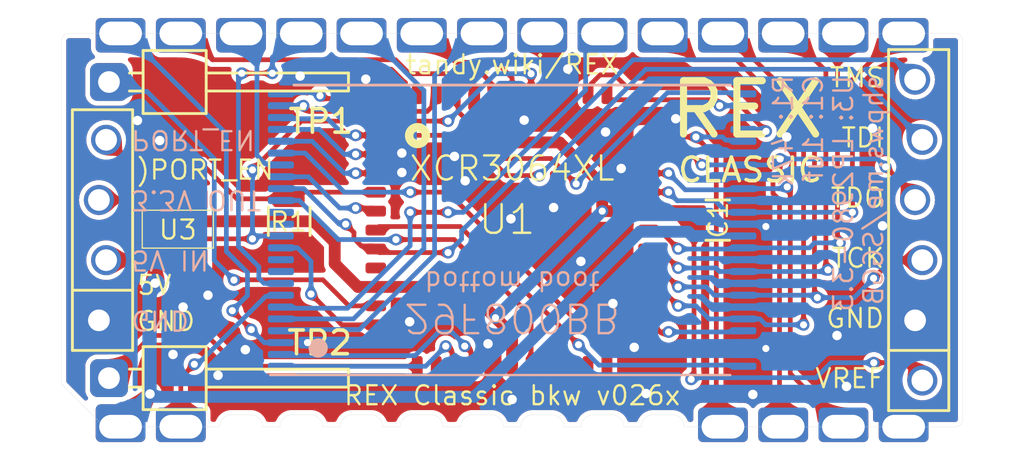
<source format=kicad_pcb>
(kicad_pcb (version 20221018) (generator pcbnew)
  (title_block (title "REX Classic bkw") (date "2023-06-27") (rev "026x") (company "Brian K. White - b.kenyon.w@gmail.com") (comment 1 "Original design: Steve Adolph"))
  (layers (0 "F.Cu" signal "Top") (31 "B.Cu" signal "Bottom") (34 "B.Paste" user) (35 "F.Paste" user) (36 "B.SilkS" user "B.Silkscreen") (37 "F.SilkS" user "F.Silkscreen") (38 "B.Mask" user) (39 "F.Mask" user) (44 "Edge.Cuts" user))
  (net 0 "")
  (net 1 "GND")
  (net 2 "+3V3")
  (net 3 "/D1{slash}TDO")
  (net 4 "/D6{slash}TCK")
  (net 5 "/A4{slash}TDI")
  (net 6 "/A19{slash}TMS")
  (net 7 "/A5")
  (net 8 "/A6")
  (net 9 "/A18")
  (net 10 "/A17")
  (net 11 "/A8")
  (net 12 "/A16")
  (net 13 "/A9")
  (net 14 "/A10")
  (net 15 "/A11")
  (net 16 "/A12")
  (net 17 "/A13")
  (net 18 "/A14")
  (net 19 "/A15")
  (net 20 "/RY{slash}~{BY}")
  (net 21 "/PORT_EN")
  (net 22 "/ALE_BUS")
  (net 24 "/D2")
  (net 25 "/D0")
  (net 26 "/D7")
  (net 27 "/D5")
  (net 28 "/D4")
  (net 29 "/D3")
  (net 30 "/A7")
  (net 31 "/A0")
  (net 32 "/~{WE_FLASH}")
  (net 33 "/~{CS_BUS}")
  (net 34 "/~{OE_BUS}")
  (net 35 "+5V")
  (net 37 "/A1")
  (net 38 "/A3")
  (net 39 "/A2")
  (net 40 "/TP1")
  (net 41 "/TP2")
  (net 45 "/~{CE_FLASH}")
  (net 46 "/~{OE_FLASH}")
  (footprint "000_LOCAL:VQFP44" (layer "F.Cu") (at 137.2184 99.187)
    (fp_text reference "U1")
    (fp_text value "XCR3064XL-VQ44" hide)
  )
  (footprint "000_LOCAL:R_0805" (layer "F.Cu") (at 127.8184 98.817 -90)
    (fp_text reference "R1")
    (fp_text value "100k")
  )
  (footprint "000_LOCAL:C_0805" (layer "F.Cu") (at 145.8884 98.767)
    (fp_text reference "C1")
    (fp_text value "1uF")
  )
  (footprint "000_LOCAL:1x6_pcb_socket" (layer "F.Cu") (at 154.3634 99.187 90)
    (fp_text reference "J2")
    (fp_text value "JTAG")
  )
  (footprint "000_LOCAL:1x1_pin_h" (layer "F.Cu") (at 120.2184 92.937)
    (fp_text reference "TP1")
    (fp_text value "PINHD-1X1")
  )
  (footprint "000_LOCAL:1x4_pcb_socket" (layer "F.Cu") (at 119.9464 99.187 90)
    (fp_text reference "J3")
    (fp_text value "PRG")
  )
  (footprint "000_LOCAL:SOT-23-5" (layer "F.Cu") (at 123.1214 99.1489 90)
    (fp_text reference "U3")
    (fp_text value "LP2980-3.3")
  )
  (footprint "000_LOCAL:1x1_pin_h" (layer "F.Cu") (at 120.2184 105.437)
    (fp_text reference "TP2")
    (fp_text value "PINHD-1X1")
  )
  (footprint "000_LOCAL:Molex78802_PCB_28_REX_slots" (layer "F.Cu") (at 137.2184 99.187)
    (fp_text reference "J1" hide)
    (fp_text value "Tandy_100_102_200_option_rom" hide)
    (fp_line (start -19 -8) (end -19 6.5) (stroke (width 0.01)) (layer "Edge.Cuts"))
    (fp_line (start -19 6.5) (end -17.2 8.3) (stroke (width 0.01)) (layer "Edge.Cuts"))
    (fp_line (start -17.2 8.3) (end -12.33 8.3) (stroke (width 0.01)) (layer "Edge.Cuts"))
    (fp_line (start -11.83 7.8) (end -11.03 7.8) (stroke (width 0.01)) (layer "Edge.Cuts"))
    (fp_line (start -10.53 8.3) (end -9.79 8.3) (stroke (width 0.01)) (layer "Edge.Cuts"))
    (fp_line (start -9.29 7.8) (end -8.49 7.8) (stroke (width 0.01)) (layer "Edge.Cuts"))
    (fp_line (start -7.99 8.3) (end -7.25 8.3) (stroke (width 0.01)) (layer "Edge.Cuts"))
    (fp_line (start -6.75 7.8) (end -5.95 7.8) (stroke (width 0.01)) (layer "Edge.Cuts"))
    (fp_line (start -5.45 8.3) (end -4.71 8.3) (stroke (width 0.01)) (layer "Edge.Cuts"))
    (fp_line (start -4.21 7.8) (end -3.41 7.8) (stroke (width 0.01)) (layer "Edge.Cuts"))
    (fp_line (start -2.91 8.3) (end -2.17 8.3) (stroke (width 0.01)) (layer "Edge.Cuts"))
    (fp_line (start -1.67 7.8) (end -0.87 7.8) (stroke (width 0.01)) (layer "Edge.Cuts"))
    (fp_line (start -0.37 8.3) (end 0.37 8.3) (stroke (width 0.01)) (layer "Edge.Cuts"))
    (fp_line (start 0.87 7.8) (end 1.67 7.8) (stroke (width 0.01)) (layer "Edge.Cuts"))
    (fp_line (start 2.17 8.3) (end 2.91 8.3) (stroke (width 0.01)) (layer "Edge.Cuts"))
    (fp_line (start 3.41 7.8) (end 4.21 7.8) (stroke (width 0.01)) (layer "Edge.Cuts"))
    (fp_line (start 4.71 8.3) (end 5.45 8.3) (stroke (width 0.01)) (layer "Edge.Cuts"))
    (fp_line (start 5.95 7.8) (end 6.75 7.8) (stroke (width 0.01)) (layer "Edge.Cuts"))
    (fp_line (start 7.25 8.3) (end 18.7 8.3) (stroke (width 0.01)) (layer "Edge.Cuts"))
    (fp_line (start 18.7 -8.3) (end -18.7 -8.3) (stroke (width 0.01)) (layer "Edge.Cuts"))
    (fp_line (start 19 8) (end 19 -8) (stroke (width 0.01)) (layer "Edge.Cuts"))
    (fp_arc (start -19 -8) (mid -18.912132 -8.212132) (end -18.7 -8.3) (stroke (width 0.01)) (layer "Edge.Cuts"))
    (fp_arc (start -12.33 8.3) (mid -12.183553 7.946447) (end -11.83 7.8) (stroke (width 0.01)) (layer "Edge.Cuts"))
    (fp_arc (start -11.03 7.8) (mid -10.676447 7.946447) (end -10.53 8.3) (stroke (width 0.01)) (layer "Edge.Cuts"))
    (fp_arc (start -9.79 8.3) (mid -9.643553 7.946447) (end -9.29 7.8) (stroke (width 0.01)) (layer "Edge.Cuts"))
    (fp_arc (start -8.49 7.8) (mid -8.136447 7.946447) (end -7.99 8.3) (stroke (width 0.01)) (layer "Edge.Cuts"))
    (fp_arc (start -7.25 8.3) (mid -7.103553 7.946447) (end -6.75 7.8) (stroke (width 0.01)) (layer "Edge.Cuts"))
    (fp_arc (start -5.95 7.8) (mid -5.596447 7.946447) (end -5.45 8.3) (stroke (width 0.01)) (layer "Edge.Cuts"))
    (fp_arc (start -4.71 8.3) (mid -4.563553 7.946447) (end -4.21 7.8) (stroke (width 0.01)) (layer "Edge.Cuts"))
    (fp_arc (start -3.41 7.8) (mid -3.056447 7.946447) (end -2.91 8.3) (stroke (width 0.01)) (layer "Edge.Cuts"))
    (fp_arc (start -2.17 8.3) (mid -2.023553 7.946447) (end -1.67 7.8) (stroke (width 0.01)) (layer "Edge.Cuts"))
    (fp_arc (start -0.87 7.8) (mid -0.516447 7.946447) (end -0.37 8.3) (stroke (width 0.01)) (layer "Edge.Cuts"))
    (fp_arc (start 0.37 8.3) (mid 0.516447 7.946447) (end 0.87 7.8) (stroke (width 0.01)) (layer "Edge.Cuts"))
    (fp_arc (start 1.67 7.8) (mid 2.023553 7.946447) (end 2.17 8.3) (stroke (width 0.01)) (layer "Edge.Cuts"))
    (fp_arc (start 2.91 8.3) (mid 3.056447 7.946447) (end 3.41 7.8) (stroke (width 0.01)) (layer "Edge.Cuts"))
    (fp_arc (start 4.21 7.8) (mid 4.563553 7.946447) (end 4.71 8.3) (stroke (width 0.01)) (layer "Edge.Cuts"))
    (fp_arc (start 5.45 8.3) (mid 5.596447 7.946447) (end 5.95 7.8) (stroke (width 0.01)) (layer "Edge.Cuts"))
    (fp_arc (start 6.75 7.8) (mid 7.103553 7.946447) (end 7.25 8.3) (stroke (width 0.01)) (layer "Edge.Cuts"))
    (fp_arc (start 18.7 -8.3) (mid 18.912132 -8.212132) (end 19 -8) (stroke (width 0.01)) (layer "Edge.Cuts"))
    (fp_arc (start 19 8) (mid 18.912132 8.212132) (end 18.7 8.3) (stroke (width 0.01)) (layer "Edge.Cuts"))
  )
  (footprint "000_LOCAL:TSOP-48" (layer "B.Cu") (at 137.2184 99.187)
    (fp_text reference "U2" hide)
    (fp_text value "29F800BB")
  )
  (gr_text "U3: LP2980-3.3" (at 151.1884 92.583 90) (layer "B.SilkS") (effects (font (size 0.8 0.8) (thickness 0.1)) (justify left mirror)))
  (gr_text "PORT_EN" (at 121.0894 95.377 180) (layer "B.SilkS") (effects (font (size 0.8 0.8) (thickness 0.1)) (justify left mirror)))
  (gr_text "GND" (at 121.0894 102.997 180) (layer "B.SilkS") (effects (font (size 0.8 0.8) (thickness 0.1)) (justify left mirror)))
  (gr_text "5V IN" (at 121.0894 100.457 180) (layer "B.SilkS") (effects (font (size 0.8 0.8) (thickness 0.1)) (justify left mirror)))
  (gr_text "shpws.me/SGGB" (at 152.4584 92.583 90) (layer "B.SilkS") (effects (font (size 0.8 0.8) (thickness 0.1)) (justify left mirror)))
  (gr_text "bottom boot" (at 137.2184 101.3333 180) (layer "B.SilkS") (effects (font (size 0.8 0.8) (thickness 0.1)) (justify mirror)))
  (gr_text "3.3V OUT" (at 121.0894 97.917 180) (layer "B.SilkS") (effects (font (size 0.8 0.8) (thickness 0.1)) (justify left mirror)))
  (gr_text "R1: 47k" (at 148.6484 92.583 90) (layer "B.SilkS") (effects (font (size 0.8 0.8) (thickness 0.1)) (justify left mirror)))
  (gr_text "C1: 1uf" (at 149.9184 92.583 90) (layer "B.SilkS") (effects (font (size 0.8 0.8) (thickness 0.1)) (justify left mirror)))
  (gr_text ")PORT_EN" (at 121.3434 96.647) (layer "F.SilkS") (effects (font (size 0.8 0.8) (thickness 0.1)) (justify left)))
  (gr_text "5V" (at 121.3434 101.981) (layer "F.SilkS") (effects (font (size 0.8 0.8) (thickness 0.1)) (justify left bottom)))
  (gr_text "GND" (at 121.3434 103.505) (layer "F.SilkS") (effects (font (size 0.8 0.8) (thickness 0.1)) (justify left bottom)))
  (gr_text "${TITLE} v${REVISION}" (at 137.2184 106.172) (layer "F.SilkS") (effects (font (size 0.8 0.8) (thickness 0.1))))
  (gr_text "tandy.wiki/REX" (at 137.2184 92.202) (layer "F.SilkS") (effects (font (size 0.8 0.8) (thickness 0.1))))
  (gr_text "TCK" (at 152.9664 100.838) (layer "F.SilkS") (effects (font (size 0.8 0.8) (thickness 0.1)) (justify right bottom)))
  (gr_text "TDO" (at 152.9664 98.298) (layer "F.SilkS") (effects (font (size 0.8 0.8) (thickness 0.1)) (justify right bottom)))
  (gr_text "GND" (at 152.9664 103.378) (layer "F.SilkS") (effects (font (size 0.8 0.8) (thickness 0.1)) (justify right bottom)))
  (gr_text "VREF" (at 152.9664 105.918) (layer "F.SilkS") (effects (font (size 0.8 0.8) (thickness 0.1)) (justify right bottom)))
  (gr_text "TMS" (at 152.9664 93.218) (layer "F.SilkS") (effects (font (size 0.8 0.8) (thickness 0.1)) (justify right bottom)))
  (gr_text "TDI" (at 152.9664 95.758) (layer "F.SilkS") (effects (font (size 0.8 0.8) (thickness 0.1)) (justify right bottom)))
  (gr_text "XCR3064XL" (at 132.8242 97.1804) (layer "F.SilkS") (effects (font (size 1.016 1.016) (thickness 0.1016)) (justify left bottom)))
  (gr_text "CLASSIC" (at 147.2514 96.647) (layer "F.SilkS") (effects (font (size 1 1))))
  (gr_text "REX" (at 147.1244 94.107) (layer "F.SilkS") (effects (font (size 2.25 2.25) (thickness 0.3))))
  (via (at 150.9184 103.637) (size 0.6) (drill 0.4) (layers "F.Cu" "B.Cu") (net 1))
  (via (at 122.3584 95.407) (size 0.6) (drill 0.4) (layers "F.Cu" "B.Cu") (net 1))
  (via (at 142.3684 104.137) (size 0.6) (drill 0.4) (layers "F.Cu" "B.Cu") (net 1))
  (via (at 137.2184 106.337) (size 0.6) (drill 0.4) (layers "F.Cu" "B.Cu") (net 1))
  (via (at 137.7264 94.547) (size 0.6) (drill 0.4) (layers "F.Cu" "B.Cu") (net 1))
  (via (at 122.9184 104.437) (size 0.6) (drill 0.4) (layers "F.Cu" "B.Cu") (net 1))
  (via (at 124.3934 101.937) (size 0.6) (drill 0.4) (layers "F.Cu" "B.Cu") (net 1))
  (via (at 137.1684 98.712) (size 0.6) (drill 0.4) (layers "F.Cu" "B.Cu") (net 1))
  (via (at 123.3434 102.437) (size 0.6) (drill 0.4) (layers "F.Cu" "B.Cu") (net 1))
  (via (at 121.4184 94.562) (size 0.6) (drill 0.4) (layers "F.Cu" "B.Cu") (net 1))
  (via (at 147.9184 99.037) (size 0.46) (drill 0.3) (layers "F.Cu" "B.Cu") (net 1))
  (via (at 125.9684 104.237) (size 0.6) (drill 0.4) (layers "F.Cu" "B.Cu") (net 1))
  (via (at 132.8984 103.057) (size 0.6) (drill 0.4) (layers "F.Cu" "B.Cu") (net 1))
  (via (at 124.8184 105.317) (size 0.6) (drill 0.4) (layers "F.Cu" "B.Cu") (net 1))
  (via (at 128.2784 92.687) (size 0.6) (drill 0.4) (layers "F.Cu" "B.Cu") (net 1))
  (via (at 141.8184 96.587) (size 0.6) (drill 0.4) (layers "F.Cu" "B.Cu") (net 1))
  (via (at 136.2024 103.987) (size 0.6) (drill 0.4) (layers "F.Cu" "B.Cu") (net 1))
  (via (at 134.7884 96.077) (size 0.6) (drill 0.4) (layers "F.Cu" "B.Cu") (net 1))
  (via (at 135.2384 97.107) (size 0.6) (drill 0.4) (layers "F.Cu" "B.Cu") (net 1))
  (via (at 141.1584 95.047) (size 0.6) (drill 0.4) (layers "F.Cu" "B.Cu") (net 1))
  (via (at 128.5884 103.937) (size 0.5) (drill 0.3) (layers "F.Cu" "B.Cu") (net 1))
  (via (at 144.1184 94.487) (size 0.6) (drill 0.4) (layers "F.Cu" "B.Cu") (net 1))
  (via (at 139.5684 92.387) (size 0.6) (drill 0.4) (layers "F.Cu" "B.Cu") (net 1))
  (via (at 132.5684 96.757) (size 0.6) (drill 0.4) (layers "F.Cu" "B.Cu") (net 1))
  (via (at 152.8384 99.007) (size 0.6) (drill 0.4) (layers "F.Cu" "B.Cu") (net 1))
  (via (at 141.4684 102.287) (size 0.6) (drill 0.4) (layers "F.Cu" "B.Cu") (net 1))
  (via (at 147.9184 104.187) (size 0.46) (drill 0.3) (layers "F.Cu" "B.Cu") (net 1))
  (via (at 148.7984 95.257) (size 0.6) (drill 0.4) (layers "F.Cu" "B.Cu") (net 1))
  (via (at 152.4184 94.887) (size 0.6) (drill 0.4) (layers "F.Cu" "B.Cu") (net 1))
  (via (at 151.3184 105.787) (size 0.6) (drill 0.4) (layers "F.Cu" "B.Cu") (net 1))
  (via (at 132.5684 95.937) (size 0.6) (drill 0.4) (layers "F.Cu" "B.Cu") (net 1))
  (via (at 147.3684 106.127) (size 0.6) (drill 0.4) (layers "F.Cu" "B.Cu") (net 1))
  (via (at 131.0484 92.817) (size 0.6) (drill 0.4) (layers "F.Cu" "B.Cu") (net 1))
  (via (at 138.9684 98.237) (size 0.6) (drill 0.4) (layers "F.Cu" "B.Cu") (net 1))
  (via (at 142.8684 106.087) (size 0.6) (drill 0.4) (layers "F.Cu" "B.Cu") (net 1))
  (via (at 140.1184 100.507) (size 0.6) (drill 0.4) (layers "F.Cu" "B.Cu") (net 1))
  (segment (start 137.1184 95.487) (end 135.6184 93.987) (width 0.5) (layer "F.Cu") (net 2))
  (segment (start 136.5184 102.887) (end 137.2184 103.587) (width 0.5) (layer "F.Cu") (net 2))
  (segment (start 135.2184 101.587) (end 131.4684 101.587) (width 0.5) (layer "F.Cu") (net 2))
  (segment (start 137.2184 103.587) (end 137.2184 104.937) (width 0.5) (layer "F.Cu") (net 2))
  (segment (start 144.8884 105.367) (end 144.8884 98.767) (width 0.2) (layer "F.Cu") (net 2))
  (segment (start 119.794 97.917) (end 122.1533 97.917) (width 0.2) (layer "F.Cu") (net 2))
  (segment (start 123.0895 98.817) (end 122.1714 97.8989) (width 0.5) (layer "F.Cu") (net 2))
  (segment (start 129.7384 99.707) (end 128.8484 98.817) (width 0.5) (layer "F.Cu") (net 2))
  (segment (start 130.7184 101.587) (end 129.7384 100.607) (width 0.5) (layer "F.Cu") (net 2))
  (segment (start 139.2184 95.487) (end 137.1184 95.487) (width 0.5) (layer "F.Cu") (net 2))
  (segment (start 135.6184 93.987) (end 135.6184 93.437) (width 0.5) (layer "F.Cu") (net 2))
  (segment (start 144.5084 98.387) (end 142.9684 98.387) (width 0.5) (layer "F.Cu") (net 2))
  (segment (start 141.0184 98.387) (end 142.9684 98.387) (width 0.5) (layer "F.Cu") (net 2))
  (segment (start 128.8484 98.817) (end 123.0895 98.817) (width 0.5) (layer "F.Cu") (net 2))
  (segment (start 141.0184 98.387) (end 141.0184 97.287) (width 0.5) (layer "F.Cu") (net 2))
  (segment (start 144.8884 98.767) (end 144.5084 98.387) (width 0.5) (layer "F.Cu") (net 2))
  (segment (start 153.7658 104.787) (end 154.5158 105.537) (width 0.2) (layer "F.Cu") (net 2))
  (segment (start 144.7684 105.487) (end 144.8884 105.367) (width 0.2) (layer "F.Cu") (net 2))
  (segment (start 136.5184 102.887) (end 135.2184 101.587) (width 0.5) (layer "F.Cu") (net 2))
  (segment (start 122.1533 97.917) (end 122.1714 97.8989) (width 0.2) (layer "F.Cu") (net 2))
  (segment (start 131.4684 101.587) (end 130.7184 101.587) (width 0.5) (layer "F.Cu") (net 2))
  (segment (start 141.0184 97.287) (end 139.2184 95.487) (width 0.5) (layer "F.Cu") (net 2))
  (segment (start 129.7384 100.607) (end 129.7384 99.707) (width 0.5) (layer "F.Cu") (net 2))
  (segment (start 152.4684 104.787) (end 153.7658 104.787) (width 0.2) (layer "F.Cu") (net 2))
  (via (at 136.5184 102.887) (size 0.5) (drill 0.3) (layers "F.Cu" "B.Cu") (net 2))
  (via (at 144.7684 105.487) (size 0.5) (drill 0.3) (layers "F.Cu" "B.Cu") (net 2))
  (via (at 152.4684 104.787) (size 0.5) (drill 0.3) (layers "F.Cu" "B.Cu") (net 2))
  (via (at 141.0184 98.387) (size 0.5) (drill 0.3) (layers "F.Cu" "B.Cu") (net 2))
  (segment (start 150.0384 105.417) (end 150.6684 104.787) (width 0.2) (layer "B.Cu") (net 2))
  (segment (start 136.5184 102.887) (end 141.0184 98.387) (width 0.5) (layer "B.Cu") (net 2))
  (segment (start 150.6684 104.787) (end 152.4684 104.787) (width 0.2) (layer "B.Cu") (net 2))
  (segment (start 144.8384 105.417) (end 150.0384 105.417) (width 0.2) (layer "B.Cu") (net 2))
  (segment (start 144.7684 105.487) (end 144.8384 105.417) (width 0.2) (layer "B.Cu") (net 2))
  (segment (start 145.2184 96.437) (end 144.7684 95.987) (width 0.2) (layer "F.Cu") (net 3))
  (segment (start 148.2184 97.087) (end 148.2184 97.637) (width 0.2) (layer "F.Cu") (net 3))
  (segment (start 152.9664 96.52) (end 154.211 97.7646) (width 0.2) (layer "F.Cu") (net 3))
  (segment (start 144.7684 95.987) (end 142.9684 95.987) (width 0.2) (layer "F.Cu") (net 3))
  (segment (start 148.2184 97.637) (end 148.4934 97.912) (width 0.2) (layer "F.Cu") (net 3))
  (segment (start 148.4934 97.912) (end 148.4934 107.332) (width 0.2) (layer "F.Cu") (net 3))
  (segment (start 148.5184 96.187) (end 148.5184 96.787) (width 0.2) (layer "F.Cu") (net 3))
  (segment (start 154.211 97.7646) (end 154.211 97.917) (width 0.2) (layer "F.Cu") (net 3))
  (segment (start 148.4934 107.332) (end 148.6484 107.487) (width 0.2) (layer "F.Cu") (net 3))
  (segment (start 148.5184 96.787) (end 148.2184 97.087) (width 0.2) (layer "F.Cu") (net 3))
  (via (at 145.2184 96.437) (size 0.5) (drill 0.3) (layers "F.Cu" "B.Cu") (net 3))
  (via (at 152.9664 96.52) (size 0.5) (drill 0.3) (layers "F.Cu" "B.Cu") (net 3))
  (via (at 148.5184 96.187) (size 0.5) (drill 0.3) (layers "F.Cu" "B.Cu") (net 3))
  (segment (start 148.2684 96.437) (end 146.9684 96.437) (width 0.2) (layer "B.Cu") (net 3))
  (segment (start 152.6334 96.187) (end 148.5184 96.187) (width 0.2) (layer "B.Cu") (net 3))
  (segment (start 152.9664 96.52) (end 152.6334 96.187) (width 0.2) (layer "B.Cu") (net 3))
  (segment (start 145.2184 96.437) (end 146.9684 96.437) (width 0.2) (layer "B.Cu") (net 3))
  (segment (start 148.5184 96.187) (end 148.2684 96.437) (width 0.2) (layer "B.Cu") (net 3))
  (segment (start 149.9684 101.917) (end 149.9684 94.527) (width 0.2) (layer "F.Cu") (net 4))
  (segment (start 149.9684 94.527) (end 146.3284 90.887) (width 0.2) (layer "F.Cu") (net 4))
  (segment (start 144.2184 101.587) (end 143.5484 100.917) (width 0.2) (layer "F.Cu") (net 4))
  (segment (start 143.5484 100.917) (end 143.0984 100.917) (width 0.2) (layer "F.Cu") (net 4))
  (segment (start 146.3284 90.887) (end 146.1084 90.887) (width 0.2) (layer "F.Cu") (net 4))
  (segment (start 153.2204 100.457) (end 152.4584 101.219) (width 0.2) (layer "F.Cu") (net 4))
  (segment (start 154.5158 100.457) (end 153.2204 100.457) (width 0.2) (layer "F.Cu") (net 4))
  (segment (start 150.0884 102.037) (end 149.9684 101.917) (width 0.2) (layer "F.Cu") (net 4))
  (segment (start 143.0984 100.917) (end 142.9684 100.787) (width 0.2) (layer "F.Cu") (net 4))
  (via (at 144.2184 101.587) (size 0.5) (drill 0.3) (layers "F.Cu" "B.Cu") (net 4))
  (via (at 150.0884 102.037) (size 0.5) (drill 0.3) (layers "F.Cu" "B.Cu") (net 4))
  (via (at 152.4584 101.219) (size 0.5) (drill 0.3) (layers "F.Cu" "B.Cu") (net 4))
  (segment (start 144.2184 101.587) (end 145.3934 101.587) (width 0.2) (layer "B.Cu") (net 4))
  (segment (start 146.9684 101.937) (end 149.9884 101.937) (width 0.2) (layer "B.Cu") (net 4))
  (segment (start 149.9884 101.937) (end 150.0884 102.037) (width 0.2) (layer "B.Cu") (net 4))
  (segment (start 152.4584 101.219) (end 151.6404 102.037) (width 0.2) (layer "B.Cu") (net 4))
  (segment (start 151.6404 102.037) (end 150.0884 102.037) (width 0.2) (layer "B.Cu") (net 4))
  (segment (start 145.3934 101.587) (end 145.7434 101.937) (width 0.2) (layer "B.Cu") (net 4))
  (segment (start 145.7434 101.937) (end 146.9684 101.937) (width 0.2) (layer "B.Cu") (net 4))
  (segment (start 135.2934 95.187) (end 136.9934 96.887) (width 0.2) (layer "F.Cu") (net 5))
  (segment (start 131.4684 95.187) (end 130.6184 95.187) (width 0.2) (layer "F.Cu") (net 5))
  (segment (start 136.9934 96.887) (end 138.3684 96.887) (width 0.2) (layer "F.Cu") (net 5))
  (segment (start 131.4684 95.187) (end 135.2934 95.187) (width 0.2) (layer "F.Cu") (net 5))
  (via (at 138.3684 96.887) (size 0.5) (drill 0.3) (layers "F.Cu" "B.Cu") (net 5))
  (via (at 130.6184 95.187) (size 0.5) (drill 0.3) (layers "F.Cu" "B.Cu") (net 5))
  (segment (start 129.4384 94.487) (end 127.5184 94.487) (width 0.2) (layer "B.Cu") (net 5))
  (segment (start 127.5184 94.487) (end 127.4684 94.437) (width 0.2) (layer "B.Cu") (net 5))
  (segment (start 151.5358 92.397) (end 154.5158 95.377) (width 0.2) (layer "B.Cu") (net 5))
  (segment (start 130.6184 95.187) (end 130.1384 95.187) (width 0.2) (layer "B.Cu") (net 5))
  (segment (start 138.3684 96.887) (end 142.8584 92.397) (width 0.2) (layer "B.Cu") (net 5))
  (segment (start 130.1384 95.187) (end 129.4384 94.487) (width 0.2) (layer "B.Cu") (net 5))
  (segment (start 142.8584 92.397) (end 151.5358 92.397) (width 0.2) (layer "B.Cu") (net 5))
  (segment (start 134.5184 100.137) (end 131.6184 100.137) (width 0.2) (layer "F.Cu") (net 6))
  (segment (start 130.1984 98.937) (end 130.5484 99.287) (width 0.2) (layer "F.Cu") (net 6))
  (segment (start 131.6184 100.137) (end 131.4684 99.987) (width 0.2) (layer "F.Cu") (net 6))
  (segment (start 130.5484 99.287) (end 130.5484 99.547) (width 0.2) (layer "F.Cu") (net 6))
  (segment (start 131.3384 99.857) (end 131.4684 99.987) (width 0.2) (layer "F.Cu") (net 6))
  (segment (start 130.8584 99.857) (end 131.3384 99.857) (width 0.2) (layer "F.Cu") (net 6))
  (segment (start 130.5484 99.547) (end 130.8584 99.857) (width 0.2) (layer "F.Cu") (net 6))
  (via (at 134.5184 100.137) (size 0.5) (drill 0.3) (layers "F.Cu" "B.Cu") (net 6))
  (via (at 130.1984 98.937) (size 0.5) (drill 0.3) (layers "F.Cu" "B.Cu") (net 6))
  (segment (start 142.3184 91.997) (end 153.371 91.997) (width 0.2) (layer "B.Cu") (net 6))
  (segment (start 135.0884 99.567) (end 135.0884 99.227) (width 0.2) (layer "B.Cu") (net 6))
  (segment (start 130.1984 98.937) (end 129.9284 98.937) (width 0.2) (layer "B.Cu") (net 6))
  (segment (start 153.371 91.997) (end 154.211 92.837) (width 0.2) (layer "B.Cu") (net 6))
  (segment (start 134.5184 100.137) (end 135.0884 99.567) (width 0.2) (layer "B.Cu") (net 6))
  (segment (start 129.9284 98.937) (end 128.4284 97.437) (width 0.2) (layer "B.Cu") (net 6))
  (segment (start 135.0884 99.227) (end 142.3184 91.997) (width 0.2) (layer "B.Cu") (net 6))
  (segment (start 128.4284 97.437) (end 127.4684 97.437) (width 0.2) (layer "B.Cu") (net 6))
  (segment (start 131.4684 95.987) (end 130.6184 95.987) (width 0.2) (layer "F.Cu") (net 7))
  (via (at 130.6184 95.987) (size 0.5) (drill 0.3) (layers "F.Cu" "B.Cu") (net 7))
  (segment (start 130.6184 95.987) (end 130.1384 95.987) (width 0.2) (layer "B.Cu") (net 7))
  (segment (start 129.0884 94.937) (end 127.4684 94.937) (width 0.2) (layer "B.Cu") (net 7))
  (segment (start 130.1384 95.987) (end 129.0884 94.937) (width 0.2) (layer "B.Cu") (net 7))
  (segment (start 130.6184 96.787) (end 131.4684 96.787) (width 0.2) (layer "F.Cu") (net 8))
  (via (at 130.6184 96.787) (size 0.5) (drill 0.3) (layers "F.Cu" "B.Cu") (net 8))
  (segment (start 130.1384 96.787) (end 128.7884 95.437) (width 0.2) (layer "B.Cu") (net 8))
  (segment (start 128.7884 95.437) (end 127.4684 95.437) (width 0.2) (layer "B.Cu") (net 8))
  (segment (start 130.6184 96.787) (end 130.1384 96.787) (width 0.2) (layer "B.Cu") (net 8))
  (segment (start 131.3384 98.257) (end 131.4684 98.387) (width 0.2) (layer "F.Cu") (net 9))
  (segment (start 130.6184 98.257) (end 131.3384 98.257) (width 0.2) (layer "F.Cu") (net 9))
  (via (at 130.6184 98.257) (size 0.5) (drill 0.3) (layers "F.Cu" "B.Cu") (net 9))
  (segment (start 130.6184 98.257) (end 129.9484 98.257) (width 0.2) (layer "B.Cu") (net 9))
  (segment (start 129.9484 98.257) (end 128.6284 96.937) (width 0.2) (layer "B.Cu") (net 9))
  (segment (start 128.6284 96.937) (end 127.4684 96.937) (width 0.2) (layer "B.Cu") (net 9))
  (segment (start 135.0284 99.037) (end 140.0184 104.027) (width 0.2) (layer "F.Cu") (net 10))
  (segment (start 131.6184 99.037) (end 135.0284 99.037) (width 0.2) (layer "F.Cu") (net 10))
  (segment (start 131.4684 99.187) (end 131.6184 99.037) (width 0.2) (layer "F.Cu") (net 10))
  (via (at 140.0184 104.027) (size 0.5) (drill 0.3) (layers "F.Cu" "B.Cu") (net 10))
  (segment (start 146.9184 104.887) (end 140.8784 104.887) (width 0.2) (layer "B.Cu") (net 10))
  (segment (start 140.8784 104.887) (end 140.0184 104.027) (width 0.2) (layer "B.Cu") (net 10))
  (segment (start 146.9684 104.937) (end 146.9184 104.887) (width 0.2) (layer "B.Cu") (net 10))
  (segment (start 127.4184 96.387) (end 127.4684 96.437) (width 0.2) (layer "B.Cu") (net 11))
  (segment (start 126.8084 96.387) (end 127.4184 96.387) (width 0.2) (layer "B.Cu") (net 11))
  (segment (start 126.4584 96.037) (end 126.8084 96.387) (width 0.2) (layer "B.Cu") (net 11))
  (segment (start 125.7884 90.887) (end 126.4584 91.557) (width 0.2) (layer "B.Cu") (net 11))
  (segment (start 126.4584 91.557) (end 126.4584 96.037) (width 0.2) (layer "B.Cu") (net 11))
  (segment (start 134.4184 104.087) (end 134.6884 104.357) (width 0.2) (layer "F.Cu") (net 12))
  (segment (start 134.6884 104.357) (end 134.6884 104.807) (width 0.2) (layer "F.Cu") (net 12))
  (segment (start 134.6884 104.807) (end 134.8184 104.937) (width 0.2) (layer "F.Cu") (net 12))
  (via (at 134.4184 104.087) (size 0.5) (drill 0.3) (layers "F.Cu" "B.Cu") (net 12))
  (segment (start 133.5684 104.937) (end 127.4684 104.937) (width 0.2) (layer "B.Cu") (net 12))
  (segment (start 134.4184 104.087) (end 133.5684 104.937) (width 0.2) (layer "B.Cu") (net 12))
  (segment (start 125.8184 92.567) (end 127.1084 92.567) (width 0.2) (layer "F.Cu") (net 13))
  (via (at 125.8184 92.567) (size 0.5) (drill 0.3) (layers "F.Cu" "B.Cu") (net 13))
  (via (at 127.1084 92.567) (size 0.5) (drill 0.3) (layers "F.Cu" "B.Cu") (net 13))
  (segment (start 127.1084 91.897) (end 128.1184 90.887) (width 0.2) (layer "B.Cu") (net 13))
  (segment (start 125.8184 92.567) (end 125.6784 92.707) (width 0.2) (layer "B.Cu") (net 13))
  (segment (start 127.1084 92.567) (end 127.1084 91.897) (width 0.2) (layer "B.Cu") (net 13))
  (segment (start 128.1184 90.887) (end 128.3284 90.887) (width 0.2) (layer "B.Cu") (net 13))
  (segment (start 125.6784 92.707) (end 125.6784 99.877) (width 0.2) (layer "B.Cu") (net 13))
  (segment (start 126.7584 101.437) (end 127.4684 101.437) (width 0.2) (layer "B.Cu") (net 13))
  (segment (start 126.5384 101.217) (end 126.7584 101.437) (width 0.2) (layer "B.Cu") (net 13))
  (segment (start 126.5384 100.737) (end 126.5384 101.217) (width 0.2) (layer "B.Cu") (net 13))
  (segment (start 125.6784 99.877) (end 126.5384 100.737) (width 0.2) (layer "B.Cu") (net 13))
  (segment (start 123.2484 105.4212) (end 123.2484 107.487) (width 0.2) (layer "F.Cu") (net 14))
  (segment (start 123.8184 104.8512) (end 123.2484 105.4212) (width 0.2) (layer "F.Cu") (net 14))
  (via (at 123.8184 104.8512) (size 0.5) (drill 0.3) (layers "F.Cu" "B.Cu") (net 14))
  (segment (start 126.8238 101.987) (end 127.4184 101.987) (width 0.2) (layer "B.Cu") (net 14))
  (segment (start 123.8184 104.8512) (end 123.9596 104.8512) (width 0.2) (layer "B.Cu") (net 14))
  (segment (start 127.4184 101.987) (end 127.4684 101.937) (width 0.2) (layer "B.Cu") (net 14))
  (segment (start 123.9596 104.8512) (end 126.8238 101.987) (width 0.2) (layer "B.Cu") (net 14))
  (segment (start 132.9184 98.437) (end 134.5184 98.437) (width 0.2) (layer "F.Cu") (net 15))
  (via (at 134.5184 98.437) (size 0.5) (drill 0.3) (layers "F.Cu" "B.Cu") (net 15))
  (via (at 132.9184 98.437) (size 0.5) (drill 0.3) (layers "F.Cu" "B.Cu") (net 15))
  (segment (start 140.3184 91.597) (end 141.0284 90.887) (width 0.2) (layer "B.Cu") (net 15))
  (segment (start 132.9184 99.847) (end 130.2784 102.487) (width 0.2) (layer "B.Cu") (net 15))
  (segment (start 134.5184 98.437) (end 135.1584 98.437) (width 0.2) (layer "B.Cu") (net 15))
  (segment (start 127.5184 102.487) (end 127.4684 102.437) (width 0.2) (layer "B.Cu") (net 15))
  (segment (start 140.3184 93.277) (end 140.3184 91.597) (width 0.2) (layer "B.Cu") (net 15))
  (segment (start 130.2784 102.487) (end 127.5184 102.487) (width 0.2) (layer "B.Cu") (net 15))
  (segment (start 135.1584 98.437) (end 140.3184 93.277) (width 0.2) (layer "B.Cu") (net 15))
  (segment (start 132.9184 98.437) (end 132.9184 99.847) (width 0.2) (layer "B.Cu") (net 15))
  (segment (start 127.4684 102.937) (end 130.5284 102.937) (width 0.2) (layer "B.Cu") (net 16))
  (segment (start 131.0884 90.887) (end 130.8684 90.887) (width 0.2) (layer "B.Cu") (net 16))
  (segment (start 130.5284 102.937) (end 133.4984 99.967) (width 0.2) (layer "B.Cu") (net 16))
  (segment (start 133.4984 93.297) (end 131.0884 90.887) (width 0.2) (layer "B.Cu") (net 16))
  (segment (start 133.4984 99.967) (end 133.4984 93.297) (width 0.2) (layer "B.Cu") (net 16))
  (segment (start 127.4684 103.437) (end 127.5184 103.387) (width 0.2) (layer "B.Cu") (net 17))
  (segment (start 133.9484 100.217) (end 133.9484 92.677) (width 0.2) (layer "B.Cu") (net 17))
  (segment (start 130.7784 103.387) (end 133.9484 100.217) (width 0.2) (layer "B.Cu") (net 17))
  (segment (start 135.7384 90.887) (end 135.9484 90.887) (width 0.2) (layer "B.Cu") (net 17))
  (segment (start 127.5184 103.387) (end 130.7784 103.387) (width 0.2) (layer "B.Cu") (net 17))
  (segment (start 133.9484 92.677) (end 135.7384 90.887) (width 0.2) (layer "B.Cu") (net 17))
  (segment (start 126.2184 103.387) (end 125.4184 102.587) (width 0.2) (layer "F.Cu") (net 18))
  (via (at 125.4184 102.587) (size 0.5) (drill 0.3) (layers "F.Cu" "B.Cu") (net 18))
  (via (at 126.2184 103.387) (size 0.5) (drill 0.3) (layers "F.Cu" "B.Cu") (net 18))
  (segment (start 125.1684 95.127) (end 120.9284 90.887) (width 0.2) (layer "B.Cu") (net 18))
  (segment (start 120.9284 90.887) (end 120.7084 90.887) (width 0.2) (layer "B.Cu") (net 18))
  (segment (start 125.1684 100.087) (end 125.1684 95.127) (width 0.2) (layer "B.Cu") (net 18))
  (segment (start 126.2184 103.387) (end 126.7684 103.937) (width 0.2) (layer "B.Cu") (net 18))
  (segment (start 126.7684 103.937) (end 127.4684 103.937) (width 0.2) (layer "B.Cu") (net 18))
  (segment (start 126.0584 100.977) (end 125.1684 100.087) (width 0.2) (layer "B.Cu") (net 18))
  (segment (start 126.0584 101.947) (end 126.0584 100.977) (width 0.2) (layer "B.Cu") (net 18))
  (segment (start 125.4184 102.587) (end 126.0584 101.947) (width 0.2) (layer "B.Cu") (net 18))
  (segment (start 135.4884 104.807) (end 135.6184 104.937) (width 0.2) (layer "F.Cu") (net 19))
  (segment (start 135.2184 104.087) (end 135.4884 104.357) (width 0.2) (layer "F.Cu") (net 19))
  (segment (start 135.4884 104.357) (end 135.4884 104.807) (width 0.2) (layer "F.Cu") (net 19))
  (via (at 135.2184 104.087) (size 0.5) (drill 0.3) (layers "F.Cu" "B.Cu") (net 19))
  (segment (start 127.5184 104.487) (end 127.4684 104.437) (width 0.2) (layer "B.Cu") (net 19))
  (segment (start 134.6784 103.497) (end 134.1184 103.497) (width 0.2) (layer "B.Cu") (net 19))
  (segment (start 135.2184 104.037) (end 134.6784 103.497) (width 0.2) (layer "B.Cu") (net 19))
  (segment (start 135.2184 104.087) (end 135.2184 104.037) (width 0.2) (layer "B.Cu") (net 19))
  (segment (start 133.1284 104.487) (end 127.5184 104.487) (width 0.2) (layer "B.Cu") (net 19))
  (segment (start 134.1184 103.497) (end 133.1284 104.487) (width 0.2) (layer "B.Cu") (net 19))
  (segment (start 138.0184 102.827) (end 138.0184 104.937) (width 0.2) (layer "F.Cu") (net 20))
  (segment (start 134.7784 99.587) (end 138.0184 102.827) (width 0.2) (layer "F.Cu") (net 20))
  (segment (start 132.3184 99.587) (end 134.7784 99.587) (width 0.2) (layer "F.Cu") (net 20))
  (via (at 132.3184 99.587) (size 0.5) (drill 0.3) (layers "F.Cu" "B.Cu") (net 20))
  (segment (start 128.2384 97.937) (end 127.4684 97.937) (width 0.2) (layer "B.Cu") (net 20))
  (segment (start 132.3184 99.587) (end 129.8884 99.587) (width 0.2) (layer "B.Cu") (net 20))
  (segment (start 129.8884 99.587) (end 128.2384 97.937) (width 0.2) (layer "B.Cu") (net 20))
  (segment (start 128.0984 97.587) (end 127.8184 97.867) (width 0.2) (layer "F.Cu") (net 21))
  (segment (start 124.1374 96.393) (end 125.6114 97.867) (width 0.2) (layer "F.Cu") (net 21))
  (segment (start 125.6114 97.867) (end 127.8184 97.867) (width 0.2) (layer "F.Cu") (net 21))
  (segment (start 121.1148 96.393) (end 124.1374 96.393) (width 0.2) (layer "F.Cu") (net 21))
  (segment (start 120.0988 95.377) (end 121.1148 96.393) (width 0.2) (layer "F.Cu") (net 21))
  (segment (start 131.4684 97.587) (end 128.0984 97.587) (width 0.2) (layer "F.Cu") (net 21))
  (segment (start 137.2184 93.437) (end 137.2184 92.767) (width 0.2) (layer "F.Cu") (net 22))
  (segment (start 137.2184 92.767) (end 136.5584 92.107) (width 0.2) (layer "F.Cu") (net 22))
  (segment (start 136.5584 92.107) (end 134.8484 92.107) (width 0.2) (layer "F.Cu") (net 22))
  (segment (start 133.6284 90.887) (end 133.4084 90.887) (width 0.2) (layer "F.Cu") (net 22))
  (segment (start 134.8484 92.107) (end 133.6284 90.887) (width 0.2) (layer "F.Cu") (net 22))
  (segment (start 148.9484 97.492) (end 148.9484 105.247) (width 0.2) (layer "F.Cu") (net 24))
  (segment (start 148.9484 105.247) (end 151.1884 107.487) (width 0.2) (layer "F.Cu") (net 24))
  (segment (start 143.8184 96.787) (end 142.9684 96.787) (width 0.2) (layer "F.Cu") (net 24))
  (segment (start 148.8184 97.362) (end 148.9484 97.492) (width 0.2) (layer "F.Cu") (net 24))
  (via (at 143.8184 96.787) (size 0.5) (drill 0.3) (layers "F.Cu" "B.Cu") (net 24))
  (via (at 148.8184 97.362) (size 0.5) (drill 0.3) (layers "F.Cu" "B.Cu") (net 24))
  (segment (start 144.5184 97.487) (end 146.9184 97.487) (width 0.2) (layer "B.Cu") (net 24))
  (segment (start 148.8184 97.362) (end 148.7434 97.437) (width 0.2) (layer "B.Cu") (net 24))
  (segment (start 148.7434 97.437) (end 146.9684 97.437) (width 0.2) (layer "B.Cu") (net 24))
  (segment (start 146.9184 97.487) (end 146.9684 97.437) (width 0.2) (layer "B.Cu") (net 24))
  (segment (start 143.8184 96.787) (end 144.5184 97.487) (width 0.2) (layer "B.Cu") (net 24))
  (segment (start 145.8284 107.207) (end 146.1084 107.487) (width 0.2) (layer "F.Cu") (net 25))
  (segment (start 144.9684 95.257) (end 143.0384 95.257) (width 0.2) (layer "F.Cu") (net 25))
  (segment (start 143.0384 95.257) (end 142.9684 95.187) (width 0.2) (layer "F.Cu") (net 25))
  (segment (start 145.8284 96.117) (end 145.8284 107.207) (width 0.2) (layer "F.Cu") (net 25))
  (segment (start 144.9684 95.257) (end 145.8284 96.117) (width 0.2) (layer "F.Cu") (net 25))
  (via (at 144.9684 95.257) (size 0.5) (drill 0.3) (layers "F.Cu" "B.Cu") (net 25))
  (segment (start 146.0884 95.257) (end 146.2184 95.387) (width 0.2) (layer "B.Cu") (net 25))
  (segment (start 146.2184 95.387) (end 146.9184 95.387) (width 0.2) (layer "B.Cu") (net 25))
  (segment (start 146.9184 95.387) (end 146.9684 95.437) (width 0.2) (layer "B.Cu") (net 25))
  (segment (start 144.9684 95.257) (end 146.0884 95.257) (width 0.2) (layer "B.Cu") (net 25))
  (segment (start 149.5084 94.827) (end 146.6784 91.997) (width 0.2) (layer "F.Cu") (net 26))
  (segment (start 142.9684 101.587) (end 143.0984 101.717) (width 0.2) (layer "F.Cu") (net 26))
  (segment (start 143.7884 90.887) (end 143.5684 90.887) (width 0.2) (layer "F.Cu") (net 26))
  (segment (start 143.5484 101.717) (end 144.2184 102.387) (width 0.2) (layer "F.Cu") (net 26))
  (segment (start 144.8984 91.997) (end 143.7884 90.887) (width 0.2) (layer "F.Cu") (net 26))
  (segment (start 149.5084 103.187) (end 149.5084 94.827) (width 0.2) (layer "F.Cu") (net 26))
  (segment (start 146.6784 91.997) (end 144.8984 91.997) (width 0.2) (layer "F.Cu") (net 26))
  (segment (start 143.0984 101.717) (end 143.5484 101.717) (width 0.2) (layer "F.Cu") (net 26))
  (via (at 149.5084 103.187) (size 0.5) (drill 0.3) (layers "F.Cu" "B.Cu") (net 26))
  (via (at 144.2184 102.387) (size 0.5) (drill 0.3) (layers "F.Cu" "B.Cu") (net 26))
  (segment (start 147.9184 103.187) (end 147.6684 102.937) (width 0.2) (layer "B.Cu") (net 26))
  (segment (start 144.2184 102.387) (end 144.9684 102.387) (width 0.2) (layer "B.Cu") (net 26))
  (segment (start 145.5184 102.937) (end 146.9684 102.937) (width 0.2) (layer "B.Cu") (net 26))
  (segment (start 149.5084 103.187) (end 147.9184 103.187) (width 0.2) (layer "B.Cu") (net 26))
  (segment (start 147.6684 102.937) (end 146.9684 102.937) (width 0.2) (layer "B.Cu") (net 26))
  (segment (start 144.9684 102.387) (end 145.5184 102.937) (width 0.2) (layer "B.Cu") (net 26))
  (segment (start 150.4484 92.467) (end 148.8684 90.887) (width 0.2) (layer "F.Cu") (net 27))
  (segment (start 142.9684 99.987) (end 143.0984 100.117) (width 0.2) (layer "F.Cu") (net 27))
  (segment (start 143.5484 100.117) (end 144.2184 100.787) (width 0.2) (layer "F.Cu") (net 27))
  (segment (start 143.0984 100.117) (end 143.5484 100.117) (width 0.2) (layer "F.Cu") (net 27))
  (segment (start 150.4484 100.777) (end 150.4484 92.467) (width 0.2) (layer "F.Cu") (net 27))
  (segment (start 148.8684 90.887) (end 148.6484 90.887) (width 0.2) (layer "F.Cu") (net 27))
  (segment (start 150.5384 100.867) (end 150.4484 100.777) (width 0.2) (layer "F.Cu") (net 27))
  (via (at 144.2184 100.787) (size 0.5) (drill 0.3) (layers "F.Cu" "B.Cu") (net 27))
  (via (at 150.5384 100.867) (size 0.5) (drill 0.3) (layers "F.Cu" "B.Cu") (net 27))
  (segment (start 145.9684 100.937) (end 146.9684 100.937) (width 0.2) (layer "B.Cu") (net 27))
  (segment (start 144.2184 100.787) (end 145.8184 100.787) (width 0.2) (layer "B.Cu") (net 27))
  (segment (start 150.5384 100.867) (end 150.4684 100.937) (width 0.2) (layer "B.Cu") (net 27))
  (segment (start 150.4684 100.937) (end 146.9684 100.937) (width 0.2) (layer "B.Cu") (net 27))
  (segment (start 145.8184 100.787) (end 145.9684 100.937) (width 0.2) (layer "B.Cu") (net 27))
  (segment (start 143.5584 99.317) (end 143.0984 99.317) (width 0.2) (layer "F.Cu") (net 28))
  (segment (start 150.9384 99.627) (end 150.9384 91.137) (width 0.2) (layer "F.Cu") (net 28))
  (segment (start 151.0384 99.727) (end 150.9484 99.637) (width 0.2) (layer "F.Cu") (net 28))
  (segment (start 144.2184 99.977) (end 143.5584 99.317) (width 0.2) (layer "F.Cu") (net 28))
  (segment (start 151.0384 99.727) (end 150.9384 99.627) (width 0.2) (layer "F.Cu") (net 28))
  (segment (start 150.9384 91.137) (end 151.1884 90.887) (width 0.2) (layer "F.Cu") (net 28))
  (segment (start 143.0984 99.317) (end 142.9684 99.187) (width 0.2) (layer "F.Cu") (net 28))
  (via (at 151.0384 99.727) (size 0.5) (drill 0.3) (layers "F.Cu" "B.Cu") (net 28))
  (via (at 144.2184 99.977) (size 0.5) (drill 0.3) (layers "F.Cu" "B.Cu") (net 28))
  (segment (start 146.9684 99.937) (end 149.7584 99.937) (width 0.2) (layer "B.Cu") (net 28))
  (segment (start 149.7584 99.937) (end 149.9684 99.727) (width 0.2) (layer "B.Cu") (net 28))
  (segment (start 149.9684 99.727) (end 151.0384 99.727) (width 0.2) (layer "B.Cu") (net 28))
  (segment (start 144.2284 99.987) (end 146.9184 99.987) (width 0.2) (layer "B.Cu") (net 28))
  (segment (start 144.2184 99.977) (end 144.2284 99.987) (width 0.2) (layer "B.Cu") (net 28))
  (segment (start 146.9184 99.987) (end 146.9684 99.937) (width 0.2) (layer "B.Cu") (net 28))
  (segment (start 151.5684 98.437) (end 151.5684 92.837) (width 0.2) (layer "F.Cu") (net 29))
  (segment (start 153.5184 90.887) (end 153.7284 90.887) (width 0.2) (layer "F.Cu") (net 29))
  (segment (start 151.5684 92.837) (end 153.5184 90.887) (width 0.2) (layer "F.Cu") (net 29))
  (segment (start 143.8184 97.587) (end 142.9684 97.587) (width 0.2) (layer "F.Cu") (net 29))
  (via (at 143.8184 97.587) (size 0.5) (drill 0.3) (layers "F.Cu" "B.Cu") (net 29))
  (via (at 151.5684 98.437) (size 0.5) (drill 0.3) (layers "F.Cu" "B.Cu") (net 29))
  (segment (start 143.8184 97.587) (end 144.1784 97.947) (width 0.2) (layer "B.Cu") (net 29))
  (segment (start 146.2684 98.437) (end 146.9684 98.437) (width 0.2) (layer "B.Cu") (net 29))
  (segment (start 146.9684 98.437) (end 151.5684 98.437) (width 0.2) (layer "B.Cu") (net 29))
  (segment (start 144.1784 97.947) (end 145.7784 97.947) (width 0.2) (layer "B.Cu") (net 29))
  (segment (start 145.7784 97.947) (end 146.2684 98.437) (width 0.2) (layer "B.Cu") (net 29))
  (segment (start 134.4984 97.587) (end 132.9184 97.587) (width 0.2) (layer "F.Cu") (net 30))
  (segment (start 141.2184 104.937) (end 141.0884 104.807) (width 0.2) (layer "F.Cu") (net 30))
  (segment (start 141.0884 104.807) (end 141.0884 104.177) (width 0.2) (layer "F.Cu") (net 30))
  (segment (start 141.0884 104.177) (end 134.4984 97.587) (width 0.2) (layer "F.Cu") (net 30))
  (via (at 132.9184 97.587) (size 0.5) (drill 0.3) (layers "F.Cu" "B.Cu") (net 30))
  (segment (start 128.4884 95.937) (end 130.1384 97.587) (width 0.2) (layer "B.Cu") (net 30))
  (segment (start 127.4684 95.937) (end 128.4884 95.937) (width 0.2) (layer "B.Cu") (net 30))
  (segment (start 130.1384 97.587) (end 132.9184 97.587) (width 0.2) (layer "B.Cu") (net 30))
  (segment (start 143.1484 103.187) (end 142.9684 103.187) (width 0.2) (layer "F.Cu") (net 31))
  (segment (start 143.4484 103.487) (end 143.1484 103.187) (width 0.2) (layer "F.Cu") (net 31))
  (segment (start 143.8184 103.487) (end 143.4484 103.487) (width 0.2) (layer "F.Cu") (net 31))
  (via (at 143.8184 103.487) (size 0.5) (drill 0.3) (layers "F.Cu" "B.Cu") (net 31))
  (segment (start 146.9184 103.487) (end 146.9684 103.437) (width 0.2) (layer "B.Cu") (net 31))
  (segment (start 143.8184 103.487) (end 146.9184 103.487) (width 0.2) (layer "B.Cu") (net 31))
  (segment (start 130.0384 103.187) (end 131.4684 103.187) (width 0.2) (layer "F.Cu") (net 32))
  (segment (start 128.7384 101.887) (end 130.0384 103.187) (width 0.2) (layer "F.Cu") (net 32))
  (via (at 128.7384 101.887) (size 0.5) (drill 0.3) (layers "F.Cu" "B.Cu") (net 32))
  (segment (start 128.7384 101.887) (end 128.7384 100.507) (width 0.2) (layer "B.Cu") (net 32))
  (segment (start 128.1684 99.937) (end 127.4684 99.937) (width 0.2) (layer "B.Cu") (net 32))
  (segment (start 128.7384 100.507) (end 128.1684 99.937) (width 0.2) (layer "B.Cu") (net 32))
  (segment (start 123.4684 90.887) (end 123.2484 90.887) (width 0.2) (layer "F.Cu") (net 33))
  (segment (start 124.5784 91.997) (end 123.4684 90.887) (width 0.2) (layer "F.Cu") (net 33))
  (segment (start 136.2884 93.307) (end 136.2884 92.927) (width 0.2) (layer "F.Cu") (net 33))
  (segment (start 132.2984 91.997) (end 124.5784 91.997) (width 0.2) (layer "F.Cu") (net 33))
  (segment (start 135.9484 92.587) (end 132.8884 92.587) (width 0.2) (layer "F.Cu") (net 33))
  (segment (start 136.4184 93.437) (end 136.2884 93.307) (width 0.2) (layer "F.Cu") (net 33))
  (segment (start 132.8884 92.587) (end 132.2984 91.997) (width 0.2) (layer "F.Cu") (net 33))
  (segment (start 136.2884 92.927) (end 135.9484 92.587) (width 0.2) (layer "F.Cu") (net 33))
  (segment (start 138.8184 91.217) (end 138.4884 90.887) (width 0.2) (layer "F.Cu") (net 34))
  (segment (start 138.8184 93.437) (end 138.8184 91.217) (width 0.2) (layer "F.Cu") (net 34))
  (segment (start 128.3284 94.587) (end 134.5184 94.587) (width 0.2) (layer "F.Cu") (net 35))
  (segment (start 122.1684 101.427) (end 122.1714 101.424) (width 0.6) (layer "F.Cu") (net 35))
  (segment (start 122.1714 100.3989) (end 122.3684 100.2019) (width 0.2) (layer "F.Cu") (net 35))
  (segment (start 126.2684 96.647) (end 128.3284 94.587) (width 0.2) (layer "F.Cu") (net 35))
  (segment (start 138.0184 92.587) (end 138.0184 93.437) (width 0.2) (layer "F.Cu") (net 35))
  (segment (start 122.6884 99.557) (end 124.0714 99.557) (width 0.2) (layer "F.Cu") (net 35))
  (segment (start 121.9484 106.107) (end 120.7084 107.347) (width 0.6) (layer "F.Cu") (net 35))
  (segment (start 120.0988 100.457) (end 122.1133 100.457) (width 0.5) (layer "F.Cu") (net 35))
  (segment (start 122.3684 100.2019) (end 122.3684 99.877) (width 0.2) (layer "F.Cu") (net 35))
  (segment (start 126.2684 99.557) (end 124.0714 99.557) (width 0.2) (layer "F.Cu") (net 35))
  (segment (start 122.1133 100.457) (end 122.1714 100.3989) (width 0.5) (layer "F.Cu") (net 35))
  (segment (start 122.3684 99.877) (end 122.6884 99.557) (width 0.2) (layer "F.Cu") (net 35))
  (segment (start 122.1714 101.424) (end 122.1714 100.3989) (width 0.6) (layer "F.Cu") (net 35))
  (segment (start 124.0714 99.557) (end 124.0714 100.3989) (width 0.2) (layer "F.Cu") (net 35))
  (via (at 121.9484 106.107) (size 0.6) (drill 0.4) (layers "F.Cu" "B.Cu") (net 35))
  (via (at 126.2684 99.557) (size 0.5) (drill 0.3) (layers "F.Cu" "B.Cu") (net 35))
  (via (at 122.1684 101.427) (size 0.8) (drill 0.4) (layers "F.Cu" "B.Cu") (net 35))
  (via (at 126.2684 96.647) (size 0.5) (drill 0.3) (layers "F.Cu" "B.Cu") (net 35))
  (via (at 138.0184 92.587) (size 0.5) (drill 0.3) (layers "F.Cu" "B.Cu") (net 35))
  (via (at 134.5184 94.587) (size 0.5) (drill 0.3) (layers "F.Cu" "B.Cu") (net 35))
  (segment (start 121.9484 106.107) (end 122.0684 106.227) (width 0.5) (layer "B.Cu") (net 35))
  (segment (start 120.7084 107.347) (end 120.7084 107.487) (width 0.6) (layer "B.Cu") (net 35))
  (segment (start 121.9284 101.667) (end 122.1684 101.427) (width 0.6) (layer "B.Cu") (net 35))
  (segment (start 144.8184 99.437) (end 145.6684 99.437) (width 0.5) (layer "B.Cu") (net 35))
  (segment (start 121.9484 106.107) (end 121.9284 106.087) (width 0.6) (layer "B.Cu") (net 35))
  (segment (start 126.2684 96.647) (end 126.2684 99.557) (width 0.2) (layer "B.Cu") (net 35))
  (segment (start 121.9284 106.087) (end 121.9284 101.667) (width 0.6) (layer "B.Cu") (net 35))
  (segment (start 135.6284 106.227) (end 142.5984 99.257) (width 0.5) (layer "B.Cu") (net 35))
  (segment (start 126.3884 99.437) (end 127.4684 99.437) (width 0.2) (layer "B.Cu") (net 35))
  (segment (start 121.9484 106.107) (end 120.7084 107.347) (width 0.6) (layer "B.Cu") (net 35))
  (segment (start 126.2684 99.557) (end 126.3884 99.437) (width 0.2) (layer "B.Cu") (net 35))
  (segment (start 122.0684 106.227) (end 135.6284 106.227) (width 0.5) (layer "B.Cu") (net 35))
  (segment (start 145.6684 99.437) (end 146.9684 99.437) (width 0.3) (layer "B.Cu") (net 35))
  (segment (start 134.5184 94.587) (end 136.5184 92.587) (width 0.2) (layer "B.Cu") (net 35))
  (segment (start 144.6384 99.257) (end 144.8184 99.437) (width 0.5) (layer "B.Cu") (net 35))
  (segment (start 136.5184 92.587) (end 138.0184 92.587) (width 0.2) (layer "B.Cu") (net 35))
  (segment (start 142.5984 99.257) (end 144.6384 99.257) (width 0.5) (layer "B.Cu") (net 35))
  (segment (start 139.9184 97.237) (end 138.8484 96.167) (width 0.2) (layer "F.Cu") (net 37))
  (segment (start 138.8484 96.167) (end 136.9234 96.167) (width 0.2) (layer "F.Cu") (net 37))
  (segment (start 134.9434 94.187) (end 134.9434 93.562) (width 0.2) (layer "F.Cu") (net 37))
  (segment (start 136.9234 96.167) (end 134.9434 94.187) (width 0.2) (layer "F.Cu") (net 37))
  (segment (start 134.9434 93.562) (end 134.8184 93.437) (width 0.2) (layer "F.Cu") (net 37))
  (via (at 139.9184 97.237) (size 0.5) (drill 0.3) (layers "F.Cu" "B.Cu") (net 37))
  (segment (start 143.7684 93.387) (end 146.9184 93.387) (width 0.2) (layer "B.Cu") (net 37))
  (segment (start 146.9184 93.387) (end 146.9684 93.437) (width 0.2) (layer "B.Cu") (net 37))
  (segment (start 139.9184 97.237) (end 143.7684 93.387) (width 0.2) (layer "B.Cu") (net 37))
  (segment (start 133.8884 93.567) (end 134.0184 93.437) (width 0.2) (layer "F.Cu") (net 38))
  (segment (start 128.6584 94.177) (end 133.6384 94.177) (width 0.2) (layer "F.Cu") (net 38))
  (segment (start 133.8884 93.927) (end 133.8884 93.567) (width 0.2) (layer "F.Cu") (net 38))
  (segment (start 128.4184 93.937) (end 128.6584 94.177) (width 0.2) (layer "F.Cu") (net 38))
  (segment (start 133.6384 94.177) (end 133.8884 93.927) (width 0.2) (layer "F.Cu") (net 38))
  (via (at 128.4184 93.937) (size 0.5) (drill 0.3) (layers "F.Cu" "B.Cu") (net 38))
  (segment (start 128.4184 93.937) (end 127.4684 93.937) (width 0.2) (layer "B.Cu") (net 38))
  (segment (start 133.2184 93.637) (end 133.2184 93.437) (width 0.2) (layer "F.Cu") (net 39))
  (segment (start 129.1184 93.517) (end 129.2384 93.637) (width 0.2) (layer "F.Cu") (net 39))
  (segment (start 129.2384 93.637) (end 133.2184 93.637) (width 0.2) (layer "F.Cu") (net 39))
  (via (at 129.1184 93.517) (size 0.5) (drill 0.3) (layers "F.Cu" "B.Cu") (net 39))
  (segment (start 128.9884 93.387) (end 127.5184 93.387) (width 0.2) (layer "B.Cu") (net 39))
  (segment (start 127.5184 93.387) (end 127.4684 93.437) (width 0.2) (layer "B.Cu") (net 39))
  (segment (start 129.1184 93.517) (end 128.9884 93.387) (width 0.2) (layer "B.Cu") (net 39))
  (segment (start 130.3384 102.387) (end 131.4684 102.387) (width 0.2) (layer "F.Cu") (net 40))
  (segment (start 125.4984 101.287) (end 129.2384 101.287) (width 0.2) (layer "F.Cu") (net 40))
  (segment (start 129.2384 101.287) (end 130.3384 102.387) (width 0.2) (layer "F.Cu") (net 40))
  (segment (start 125.4884 101.297) (end 125.4984 101.287) (width 0.2) (layer "F.Cu") (net 40))
  (via (at 125.4884 101.297) (size 0.5) (drill 0.3) (layers "F.Cu" "B.Cu") (net 40))
  (segment (start 124.6584 96.177) (end 121.8184 93.337) (width 0.2) (layer "B.Cu") (net 40))
  (segment (start 120.2242 92.937) (end 120.2184 92.937) (width 0.2) (layer "B.Cu") (net 40))
  (segment (start 125.4884 101.297) (end 124.6584 100.467) (width 0.2) (layer "B.Cu") (net 40))
  (segment (start 124.6584 100.467) (end 124.6584 96.177) (width 0.2) (layer "B.Cu") (net 40))
  (segment (start 121.8184 93.337) (end 120.6242 93.337) (width 0.2) (layer "B.Cu") (net 40))
  (segment (start 120.6242 93.337) (end 120.2242 92.937) (width 0.2) (layer "B.Cu") (net 40))
  (segment (start 122.0184 103.637) (end 124.3456 103.637) (width 0.2) (layer "F.Cu") (net 41))
  (segment (start 125.6456 104.937) (end 133.2184 104.937) (width 0.2) (layer "F.Cu") (net 41))
  (segment (start 120.2184 105.437) (end 122.0184 103.637) (width 0.2) (layer "F.Cu") (net 41))
  (segment (start 124.3456 103.637) (end 125.6456 104.937) (width 0.2) (layer "F.Cu") (net 41))
  (segment (start 145.7184 93.687) (end 141.2184 93.687) (width 0.2) (layer "F.Cu") (net 45))
  (segment (start 141.2184 93.687) (end 141.2184 93.437) (width 0.2) (layer "F.Cu") (net 45))
  (segment (start 145.9684 93.937) (end 145.7184 93.687) (width 0.2) (layer "F.Cu") (net 45))
  (via (at 145.9684 93.937) (size 0.5) (drill 0.3) (layers "F.Cu" "B.Cu") (net 45))
  (segment (start 146.9684 93.937) (end 145.9684 93.937) (width 0.2) (layer "B.Cu") (net 45))
  (segment (start 146.0884 93.177) (end 142.0784 93.177) (width 0.2) (layer "F.Cu") (net 46))
  (segment (start 140.5484 93.307) (end 140.4184 93.437) (width 0.2) (layer "F.Cu") (net 46))
  (segment (start 142.0784 93.177) (end 141.5384 92.637) (width 0.2) (layer "F.Cu") (net 46))
  (segment (start 140.5484 93.017) (end 140.5484 93.307) (width 0.2) (layer "F.Cu") (net 46))
  (segment (start 141.5384 92.637) (end 140.9284 92.637) (width 0.2) (layer "F.Cu") (net 46))
  (segment (start 147.9284 95.017) (end 146.0884 93.177) (width 0.2) (layer "F.Cu") (net 46))
  (segment (start 140.9284 92.637) (end 140.5484 93.017) (width 0.2) (layer "F.Cu") (net 46))
  (via (at 147.9284 95.017) (size 0.5) (drill 0.3) (layers "F.Cu" "B.Cu") (net 46))
  (segment (start 147.8484 94.937) (end 146.9684 94.937) (width 0.2) (layer "B.Cu") (net 46))
  (segment (start 147.9284 95.017) (end 147.8484 94.937) (width 0.2) (layer "B.Cu") (net 46))
  (zone (net 1) (net_name "GND") (layer "F.Cu") (connect_pads yes (clearance 0.2)) (min_thickness 0.2) (fill yes (thermal_gap 0) (thermal_bridge_width 0.3) (smoothing fillet) (radius 0.1))
    (polygon (pts (xy 156.2184 90.887) (xy 156.2184 107.487) (xy 118.2184 107.487) (xy 118.2184 90.887)))
  )
  (zone (net 1) (net_name "GND") (layer "B.Cu") (connect_pads yes (clearance 0.2)) (min_thickness 0.2) (fill yes (thermal_gap 0.2) (thermal_bridge_width 0.3) (smoothing fillet) (radius 0.1))
    (polygon (pts (xy 156.2184 90.887) (xy 156.2184 107.487) (xy 118.2184 107.487) (xy 118.2184 90.887)))
  )
)
</source>
